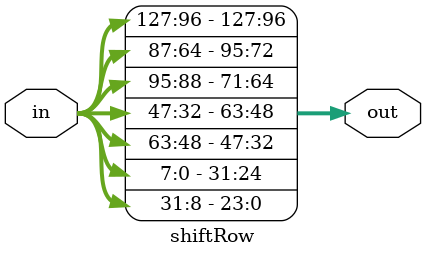
<source format=v>
`timescale 1ns / 1ps
module shiftRow(
    input [127:0] in,
    output [127:0] out
    );
assign out[127:120]=in[127:120];
assign out[119:112]=in[119:112];
assign out[111:104]=in[111:104];
assign out[103:96]=in[103:96];

assign out[95:88]=in[87:80];
assign out[87:80]=in[79:72];
assign out[79:72]=in[71:64];
assign out[71:64]=in[95:88];

assign out[63:56]=in[47:40];
assign out[55:48]=in[39:32];
assign out[47:40]=in[63:56];
assign out[39:32]=in[55:48];

assign out[31:24]=in[7:0];
assign out[23:16]=in[31:24];
assign out[15:08]=in[23:16];
assign out[7:0]=in[15:08];



endmodule

</source>
